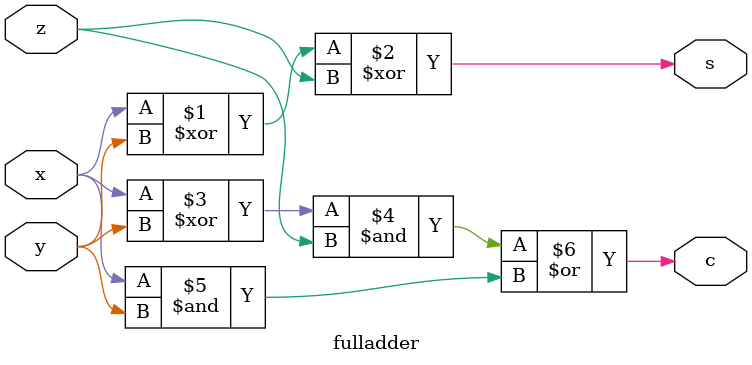
<source format=v>
module fulladder(
	input wire x,
	input wire y,
	input wire z,
	output wire s,
	output wire c
);
assign s = x^y^z;
assign c = (x^y)&z|(x&y);
endmodule

</source>
